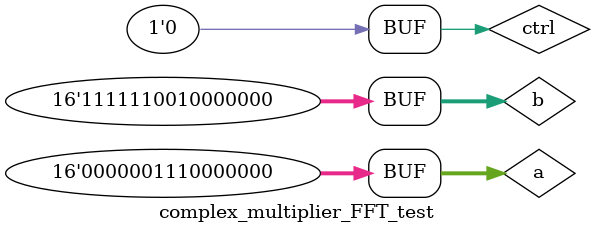
<source format=v>
`timescale 1ns / 1ps


module complex_multiplier_FFT_test;

	// Inputs
	reg [15:0] a;
	reg [15:0] b;
	reg ctrl;

	// Outputs
	wire [15:0] r;
	wire [15:0] i;

	// Instantiate the Unit Under Test (UUT)
	complex_multiplier_FFT uut (
		.a(a), 
		.b(b), 
		.ctrl(ctrl), 
		.r(r), 
		.i(i)
	);

	initial begin
		// Initialize Inputs
		a = 896;
		b = 64640;
		ctrl = 0;

		// Wait 100 ns for global reset to finish
		#100;
        
		// Add stimulus here

	end
      
endmodule


</source>
